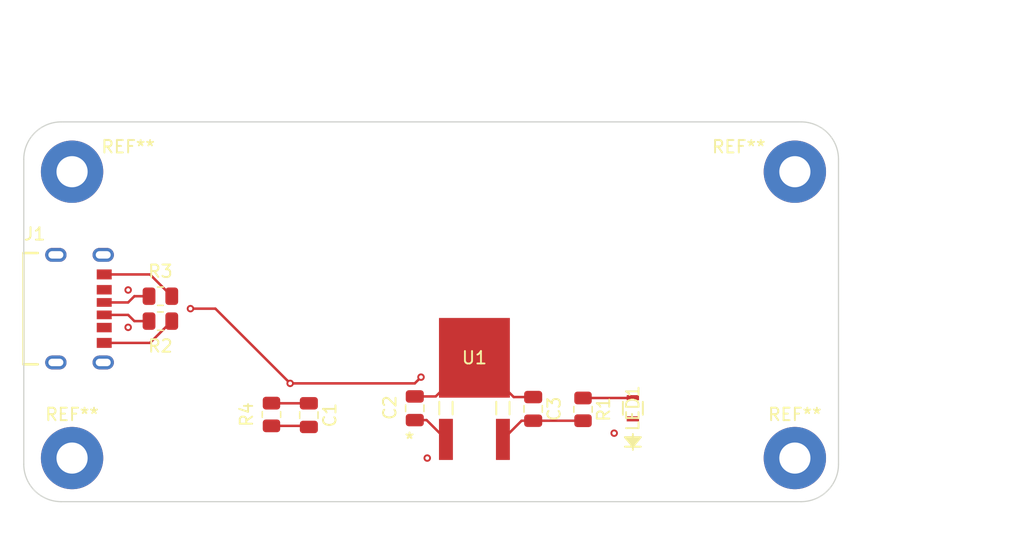
<source format=kicad_pcb>
(kicad_pcb (version 20240108) (generator "pcbnew") (generator_version "8.0")
  (layers (0 "F.Cu" signal) (1 "In1.Cu" signal) (2 "In2.Cu" signal) (31 "B.Cu" signal) (34 "B.Paste" user) (35 "F.Paste" user) (36 "B.SilkS" user "B.Silkscreen") (37 "F.SilkS" user "F.Silkscreen") (38 "B.Mask" user) (39 "F.Mask" user) (44 "Edge.Cuts" user))
  (net 0 "")
  (net 1 "Net-(J1-CC1)")
  (net 2 "GND")
  (net 3 "VBUS")
  (net 4 "GNDPWR")
  (net 5 "Net-(J1-CC2)")
  (net 6 "+3V3")
  (net 7 "Net-(LED1-Pad2)")
  (footprint "Resistor_SMD:R_0805_2012Metric" (layer "F.Cu") (at 27.5875 47)
    (property "Reference" "R2" (at 0 2 0) (layer "F.SilkS"))
    (property "Value" "5.1k")
    (fp_line (start -0.227064 -0.735) (end 0.227064 -0.735) (stroke (width 0.12)) (layer "F.SilkS"))
    (fp_line (start -0.227064 0.735) (end 0.227064 0.735) (stroke (width 0.12)) (layer "F.SilkS"))
    (pad "1" smd roundrect (at -0.9125 0) (size 1.025 1.4) (layers "F.Cu" "F.Paste" "F.Mask") (roundrect_rratio 0.243902) (net 5 "Net-(J1-CC2)"))
    (pad "2" smd roundrect (at 0.9125 0) (size 1.025 1.4) (layers "F.Cu" "F.Paste" "F.Mask") (roundrect_rratio 0.243902) (net 2 "GND"))
  )
  (footprint "MountingHole:MountingHole_2.5mm_Pad" (layer "F.Cu") (at 20.5 35)
    (property "Reference" "REF**" (at 4.5 -2 0) (layer "F.SilkS"))
    (property "Value" "MountingHole_2.5mm_Pad")
    (pad "1" thru_hole circle (at 0 0) (size 5 5) (drill 2.5) (layers "*.Cu" "*.Mask"))
  )
  (footprint "Resistor_SMD:R_0805_2012Metric" (layer "F.Cu") (at 36.5 54.5 -90)
    (property "Reference" "R4" (at 0 2 90) (layer "F.SilkS"))
    (property "Value" "330" (hide yes))
    (fp_line (start -0.227064 0.735) (end 0.227064 0.735) (stroke (width 0.12)) (layer "F.SilkS"))
    (fp_line (start -0.227064 -0.735) (end 0.227064 -0.735) (stroke (width 0.12)) (layer "F.SilkS"))
    (pad "1" smd roundrect (at -0.9125 0 270) (size 1.025 1.4) (layers "F.Cu" "F.Paste" "F.Mask") (roundrect_rratio 0.243902) (net 2 "GND"))
    (pad "2" smd roundrect (at 0.9125 0 270) (size 1.025 1.4) (layers "F.Cu" "F.Paste" "F.Mask") (roundrect_rratio 0.243902) (net 4 "GNDPWR"))
  )
  (footprint "Capacitor_SMD:C_0805_2012Metric" (layer "F.Cu") (at 39.5 54.55 -90)
    (property "Reference" "C1" (at 0 -1.68 90) (layer "F.SilkS"))
    (property "Value" "0.1 uF")
    (fp_line (start -0.261252 0.735) (end 0.261252 0.735) (stroke (width 0.12)) (layer "F.SilkS"))
    (fp_line (start -0.261252 -0.735) (end 0.261252 -0.735) (stroke (width 0.12)) (layer "F.SilkS"))
    (pad "1" smd roundrect (at -0.95 0 270) (size 1 1.45) (layers "F.Cu" "F.Paste" "F.Mask") (net 2 "GND"))
    (pad "2" smd roundrect (at 0.95 0 270) (size 1 1.45) (layers "F.Cu" "F.Paste" "F.Mask") (net 4 "GNDPWR"))
  )
  (footprint "AP7363_33D_13:TO252-3L_DIO" (layer "F.Cu") (at 52.786 49.9468)
    (property "Reference" "U1" (at 0 0 0) (layer "F.SilkS"))
    (property "Value" "AP7363-33D-13")
    (fp_line (start -2.8194 3.53314) (end -2.8194 4.5466) (stroke (width 0.1524)) (layer "F.SilkS"))
    (fp_line (start -1.7526 3.53314) (end -1.7526 4.5466) (stroke (width 0.1524)) (layer "F.SilkS"))
    (fp_line (start 1.7526 3.53314) (end 1.7526 4.5466) (stroke (width 0.1524)) (layer "F.SilkS"))
    (fp_line (start 2.8194 3.53314) (end 2.8194 4.5466) (stroke (width 0.1524)) (layer "F.SilkS"))
    (fp_text user "*" (at -5.207 6.5532 0) (layer "F.SilkS"))
    (fp_text user "*" (at -5.207 6.5532 0) (layer "F.SilkS"))
    (pad "1" smd rect (at -2.286 6.5532) (size 1.1176 3.302) (layers "F.Cu" "F.Paste" "F.Mask") (net 3 "VBUS"))
    (pad "2" smd rect (at 0 0) (size 5.6896 6.4008) (layers "F.Cu" "F.Paste" "F.Mask") (net 2 "GND"))
    (pad "3" smd rect (at 2.286 6.5532) (size 1.1176 3.302) (layers "F.Cu" "F.Paste" "F.Mask") (net 6 "+3V3"))
  )
  (footprint "Resistor_SMD:R_0805_2012Metric" (layer "F.Cu") (at 61.5 54.0875 -90)
    (property "Reference" "R1" (at 0 -1.65 90) (layer "F.SilkS"))
    (property "Value" "3.3")
    (fp_line (start -0.227064 0.735) (end 0.227064 0.735) (stroke (width 0.12)) (layer "F.SilkS"))
    (fp_line (start -0.227064 -0.735) (end 0.227064 -0.735) (stroke (width 0.12)) (layer "F.SilkS"))
    (pad "1" smd roundrect (at -0.9125 0 270) (size 1.025 1.4) (layers "F.Cu" "F.Paste" "F.Mask") (roundrect_rratio 0.243902) (net 7 "Net-(LED1-Pad2)"))
    (pad "2" smd roundrect (at 0.9125 0 270) (size 1.025 1.4) (layers "F.Cu" "F.Paste" "F.Mask") (roundrect_rratio 0.243902) (net 6 "+3V3"))
  )
  (footprint "MountingHole:MountingHole_2.5mm_Pad" (layer "F.Cu") (at 20.5 58)
    (property "Reference" "REF**" (at 0 -3.5 0) (layer "F.SilkS"))
    (property "Value" "MountingHole_2.5mm_Pad")
    (pad "1" thru_hole circle (at 0 0) (size 5 5) (drill 2.5) (layers "*.Cu" "*.Mask"))
  )
  (footprint "MountingHole:MountingHole_2.5mm_Pad" (layer "F.Cu") (at 78.5 35)
    (property "Reference" "REF**" (at -4.5 -2 0) (layer "F.SilkS"))
    (property "Value" "MountingHole_2.5mm_Pad")
    (pad "1" thru_hole circle (at 0 0) (size 5 5) (drill 2.5) (layers "*.Cu" "*.Mask"))
  )
  (footprint "MountingHole:MountingHole_2.5mm_Pad" (layer "F.Cu") (at 78.5 58)
    (property "Reference" "REF**" (at 0 -3.5 0) (layer "F.SilkS"))
    (property "Value" "MountingHole_2.5mm_Pad")
    (pad "1" thru_hole circle (at 0 0) (size 5 5) (drill 2.5) (layers "*.Cu" "*.Mask"))
  )
  (footprint "USB4125_GF_A:GCT_USB4125-GF-A_REVA2" (layer "F.Cu") (at 20 46 -90)
    (property "Reference" "J1" (at -6 2.5 0) (layer "F.SilkS"))
    (property "Value" "USB4125-GF-A_REVA2")
    (fp_poly (pts (xy -4.32 -0.05) (xy -4.349 -0.049) (xy -4.377 -0.047) (xy -4.406 -0.043) (xy -4.434 -0.038) (xy -4.462 -0.031) (xy -4.49 -0.023) (xy -4.517 -0.013) (xy -4.544 -0.002) (xy -4.57 0.01) (xy -4.595 0.024) (xy -4.62 0.039) (xy -4.643 0.055) (xy -4.666 0.073) (xy -4.688 0.091) (xy -4.709 0.111) (xy -4.729 0.132) (xy -4.747 0.154) (xy -4.765 0.177) (xy -4.781 0.2) (xy -4.796 0.225) (xy -4.81 0.25) (xy -4.822 0.276) (xy -4.833 0.303) (xy -4.843 0.33) (xy -4.851 0.358) (xy -4.858 0.386) (xy -4.863 0.414) (xy -4.867 0.443) (xy -4.869 0.471) (xy -4.87 0.5) (xy -4.87 1.1) (xy -4.869 1.129) (xy -4.867 1.157) (xy -4.863 1.186) (xy -4.858 1.214) (xy -4.851 1.242) (xy -4.843 1.27) (xy -4.833 1.297) (xy -4.822 1.324) (xy -4.81 1.35) (xy -4.796 1.375) (xy -4.781 1.4) (xy -4.765 1.423) (xy -4.747 1.446) (xy -4.729 1.468) (xy -4.709 1.489) (xy -4.688 1.509) (xy -4.666 1.527) (xy -4.643 1.545) (xy -4.62 1.561) (xy -4.595 1.576) (xy -4.57 1.59) (xy -4.544 1.602) (xy -4.517 1.613) (xy -4.49 1.623) (xy -4.462 1.631) (xy -4.434 1.638) (xy -4.406 1.643) (xy -4.377 1.647) (xy -4.349 1.649) (xy -4.32 1.65) (xy -4.291 1.649) (xy -4.263 1.647) (xy -4.234 1.643) (xy -4.206 1.638) (xy -4.178 1.631) (xy -4.15 1.623) (xy -4.123 1.613) (xy -4.096 1.602) (xy -4.07 1.59) (xy -4.045 1.576) (xy -4.02 1.561) (xy -3.997 1.545) (xy -3.974 1.527) (xy -3.952 1.509) (xy -3.931 1.489) (xy -3.911 1.468) (xy -3.893 1.446) (xy -3.875 1.423) (xy -3.859 1.4) (xy -3.844 1.375) (xy -3.83 1.35) (xy -3.818 1.324) (xy -3.807 1.297) (xy -3.797 1.27) (xy -3.789 1.242) (xy -3.782 1.214) (xy -3.777 1.186) (xy -3.773 1.157) (xy -3.771 1.129) (xy -3.77 1.1) (xy -3.77 0.5) (xy -3.771 0.471) (xy -3.773 0.443) (xy -3.777 0.414) (xy -3.782 0.386) (xy -3.789 0.358) (xy -3.797 0.33) (xy -3.807 0.303) (xy -3.818 0.276) (xy -3.83 0.25) (xy -3.844 0.225) (xy -3.859 0.2) (xy -3.875 0.177) (xy -3.893 0.154) (xy -3.911 0.132) (xy -3.931 0.111) (xy -3.952 0.091) (xy -3.974 0.073) (xy -3.997 0.055) (xy -4.02 0.039) (xy -4.045 0.024) (xy -4.07 0.01) (xy -4.096 -0.002) (xy -4.123 -0.013) (xy -4.15 -0.023) (xy -4.178 -0.031) (xy -4.206 -0.038) (xy -4.234 -0.043) (xy -4.263 -0.047) (xy -4.291 -0.049) (xy -4.32 -0.05)) (stroke (width 0.01)) (fill solid) (layer "F.Cu"))
    (fp_poly (pts (xy 4.32 -0.05) (xy 4.291 -0.049) (xy 4.263 -0.047) (xy 4.234 -0.043) (xy 4.206 -0.038) (xy 4.178 -0.031) (xy 4.15 -0.023) (xy 4.123 -0.013) (xy 4.096 -0.002) (xy 4.07 0.01) (xy 4.045 0.024) (xy 4.02 0.039) (xy 3.997 0.055) (xy 3.974 0.073) (xy 3.952 0.091) (xy 3.931 0.111) (xy 3.911 0.132) (xy 3.893 0.154) (xy 3.875 0.177) (xy 3.859 0.2) (xy 3.844 0.225) (xy 3.83 0.25) (xy 3.818 0.276) (xy 3.807 0.303) (xy 3.797 0.33) (xy 3.789 0.358) (xy 3.782 0.386) (xy 3.777 0.414) (xy 3.773 0.443) (xy 3.771 0.471) (xy 3.77 0.5) (xy 3.77 1.1) (xy 3.771 1.129) (xy 3.773 1.157) (xy 3.777 1.186) (xy 3.782 1.214) (xy 3.789 1.242) (xy 3.797 1.27) (xy 3.807 1.297) (xy 3.818 1.324) (xy 3.83 1.35) (xy 3.844 1.375) (xy 3.859 1.4) (xy 3.875 1.423) (xy 3.893 1.446) (xy 3.911 1.468) (xy 3.931 1.489) (xy 3.952 1.509) (xy 3.974 1.527) (xy 3.997 1.545) (xy 4.02 1.561) (xy 4.045 1.576) (xy 4.07 1.59) (xy 4.096 1.602) (xy 4.123 1.613) (xy 4.15 1.623) (xy 4.178 1.631) (xy 4.206 1.638) (xy 4.234 1.643) (xy 4.263 1.647) (xy 4.291 1.649) (xy 4.32 1.65) (xy 4.349 1.649) (xy 4.377 1.647) (xy 4.406 1.643) (xy 4.434 1.638) (xy 4.462 1.631) (xy 4.49 1.623) (xy 4.517 1.613) (xy 4.544 1.602) (xy 4.57 1.59) (xy 4.595 1.576) (xy 4.62 1.561) (xy 4.643 1.545) (xy 4.666 1.527) (xy 4.688 1.509) (xy 4.709 1.489) (xy 4.729 1.468) (xy 4.747 1.446) (xy 4.765 1.423) (xy 4.781 1.4) (xy 4.796 1.375) (xy 4.81 1.35) (xy 4.822 1.324) (xy 4.833 1.297) (xy 4.843 1.27) (xy 4.851 1.242) (xy 4.858 1.214) (xy 4.863 1.186) (xy 4.867 1.157) (xy 4.869 1.129) (xy 4.87 1.1) (xy 4.87 0.5) (xy 4.869 0.471) (xy 4.867 0.443) (xy 4.863 0.414) (xy 4.858 0.386) (xy 4.851 0.358) (xy 4.843 0.33) (xy 4.833 0.303) (xy 4.822 0.276) (xy 4.81 0.25) (xy 4.796 0.225) (xy 4.781 0.2) (xy 4.765 0.177) (xy 4.747 0.154) (xy 4.729 0.132) (xy 4.709 0.111) (xy 4.688 0.091) (xy 4.666 0.073) (xy 4.643 0.055) (xy 4.62 0.039) (xy 4.595 0.024) (xy 4.57 0.01) (xy 4.544 -0.002) (xy 4.517 -0.013) (xy 4.49 -0.023) (xy 4.462 -0.031) (xy 4.434 -0.038) (xy 4.406 -0.043) (xy 4.377 -0.047) (xy 4.349 -0.049) (xy 4.32 -0.05)) (stroke (width 0.01)) (fill solid) (layer "F.Cu"))
    (fp_poly (pts (xy -4.32 -3.85) (xy -4.349 -3.849) (xy -4.377 -3.847) (xy -4.406 -3.843) (xy -4.434 -3.838) (xy -4.462 -3.831) (xy -4.49 -3.823) (xy -4.517 -3.813) (xy -4.544 -3.802) (xy -4.57 -3.79) (xy -4.595 -3.776) (xy -4.62 -3.761) (xy -4.643 -3.745) (xy -4.666 -3.727) (xy -4.688 -3.709) (xy -4.709 -3.689) (xy -4.729 -3.668) (xy -4.747 -3.646) (xy -4.765 -3.623) (xy -4.781 -3.6) (xy -4.796 -3.575) (xy -4.81 -3.55) (xy -4.822 -3.524) (xy -4.833 -3.497) (xy -4.843 -3.47) (xy -4.851 -3.442) (xy -4.858 -3.414) (xy -4.863 -3.386) (xy -4.867 -3.357) (xy -4.869 -3.329) (xy -4.87 -3.3) (xy -4.87 -2.7) (xy -4.869 -2.671) (xy -4.867 -2.643) (xy -4.863 -2.614) (xy -4.858 -2.586) (xy -4.851 -2.558) (xy -4.843 -2.53) (xy -4.833 -2.503) (xy -4.822 -2.476) (xy -4.81 -2.45) (xy -4.796 -2.425) (xy -4.781 -2.4) (xy -4.765 -2.377) (xy -4.747 -2.354) (xy -4.729 -2.332) (xy -4.709 -2.311) (xy -4.688 -2.291) (xy -4.666 -2.273) (xy -4.643 -2.255) (xy -4.62 -2.239) (xy -4.595 -2.224) (xy -4.57 -2.21) (xy -4.544 -2.198) (xy -4.517 -2.187) (xy -4.49 -2.177) (xy -4.462 -2.169) (xy -4.434 -2.162) (xy -4.406 -2.157) (xy -4.377 -2.153) (xy -4.349 -2.151) (xy -4.32 -2.15) (xy -4.291 -2.151) (xy -4.263 -2.153) (xy -4.234 -2.157) (xy -4.206 -2.162) (xy -4.178 -2.169) (xy -4.15 -2.177) (xy -4.123 -2.187) (xy -4.096 -2.198) (xy -4.07 -2.21) (xy -4.045 -2.224) (xy -4.02 -2.239) (xy -3.997 -2.255) (xy -3.974 -2.273) (xy -3.952 -2.291) (xy -3.931 -2.311) (xy -3.911 -2.332) (xy -3.893 -2.354) (xy -3.875 -2.377) (xy -3.859 -2.4) (xy -3.844 -2.425) (xy -3.83 -2.45) (xy -3.818 -2.476) (xy -3.807 -2.503) (xy -3.797 -2.53) (xy -3.789 -2.558) (xy -3.782 -2.586) (xy -3.777 -2.614) (xy -3.773 -2.643) (xy -3.771 -2.671) (xy -3.77 -2.7) (xy -3.77 -3.3) (xy -3.771 -3.329) (xy -3.773 -3.357) (xy -3.777 -3.386) (xy -3.782 -3.414) (xy -3.789 -3.442) (xy -3.797 -3.47) (xy -3.807 -3.497) (xy -3.818 -3.524) (xy -3.83 -3.55) (xy -3.844 -3.575) (xy -3.859 -3.6) (xy -3.875 -3.623) (xy -3.893 -3.646) (xy -3.911 -3.668) (xy -3.931 -3.689) (xy -3.952 -3.709) (xy -3.974 -3.727) (xy -3.997 -3.745) (xy -4.02 -3.761) (xy -4.045 -3.776) (xy -4.07 -3.79) (xy -4.096 -3.802) (xy -4.123 -3.813) (xy -4.15 -3.823) (xy -4.178 -3.831) (xy -4.206 -3.838) (xy -4.234 -3.843) (xy -4.263 -3.847) (xy -4.291 -3.849) (xy -4.32 -3.85)) (stroke (width 0.01)) (fill solid) (layer "F.Cu"))
    (fp_poly (pts (xy 4.32 -3.85) (xy 4.291 -3.849) (xy 4.263 -3.847) (xy 4.234 -3.843) (xy 4.206 -3.838) (xy 4.178 -3.831) (xy 4.15 -3.823) (xy 4.123 -3.813) (xy 4.096 -3.802) (xy 4.07 -3.79) (xy 4.045 -3.776) (xy 4.02 -3.761) (xy 3.997 -3.745) (xy 3.974 -3.727) (xy 3.952 -3.709) (xy 3.931 -3.689) (xy 3.911 -3.668) (xy 3.893 -3.646) (xy 3.875 -3.623) (xy 3.859 -3.6) (xy 3.844 -3.575) (xy 3.83 -3.55) (xy 3.818 -3.524) (xy 3.807 -3.497) (xy 3.797 -3.47) (xy 3.789 -3.442) (xy 3.782 -3.414) (xy 3.777 -3.386) (xy 3.773 -3.357) (xy 3.771 -3.329) (xy 3.77 -3.3) (xy 3.77 -2.7) (xy 3.771 -2.671) (xy 3.773 -2.643) (xy 3.777 -2.614) (xy 3.782 -2.586) (xy 3.789 -2.558) (xy 3.797 -2.53) (xy 3.807 -2.503) (xy 3.818 -2.476) (xy 3.83 -2.45) (xy 3.844 -2.425) (xy 3.859 -2.4) (xy 3.875 -2.377) (xy 3.893 -2.354) (xy 3.911 -2.332) (xy 3.931 -2.311) (xy 3.952 -2.291) (xy 3.974 -2.273) (xy 3.997 -2.255) (xy 4.02 -2.239) (xy 4.045 -2.224) (xy 4.07 -2.21) (xy 4.096 -2.198) (xy 4.123 -2.187) (xy 4.15 -2.177) (xy 4.178 -2.169) (xy 4.206 -2.162) (xy 4.234 -2.157) (xy 4.263 -2.153) (xy 4.291 -2.151) (xy 4.32 -2.15) (xy 4.349 -2.151) (xy 4.377 -2.153) (xy 4.406 -2.157) (xy 4.434 -2.162) (xy 4.462 -2.169) (xy 4.49 -2.177) (xy 4.517 -2.187) (xy 4.544 -2.198) (xy 4.57 -2.21) (xy 4.595 -2.224) (xy 4.62 -2.239) (xy 4.643 -2.255) (xy 4.666 -2.273) (xy 4.688 -2.291) (xy 4.709 -2.311) (xy 4.729 -2.332) (xy 4.747 -2.354) (xy 4.765 -2.377) (xy 4.781 -2.4) (xy 4.796 -2.425) (xy 4.81 -2.45) (xy 4.822 -2.476) (xy 4.833 -2.503) (xy 4.843 -2.53) (xy 4.851 -2.558) (xy 4.858 -2.586) (xy 4.863 -2.614) (xy 4.867 -2.643) (xy 4.869 -2.671) (xy 4.87 -2.7) (xy 4.87 -3.3) (xy 4.869 -3.329) (xy 4.867 -3.357) (xy 4.863 -3.386) (xy 4.858 -3.414) (xy 4.851 -3.442) (xy 4.843 -3.47) (xy 4.833 -3.497) (xy 4.822 -3.524) (xy 4.81 -3.55) (xy 4.796 -3.575) (xy 4.781 -3.6) (xy 4.765 -3.623) (xy 4.747 -3.646) (xy 4.729 -3.668) (xy 4.709 -3.689) (xy 4.688 -3.709) (xy 4.666 -3.727) (xy 4.643 -3.745) (xy 4.62 -3.761) (xy 4.595 -3.776) (xy 4.57 -3.79) (xy 4.544 -3.802) (xy 4.517 -3.813) (xy 4.49 -3.823) (xy 4.462 -3.831) (xy 4.434 -3.838) (xy 4.406 -3.843) (xy 4.377 -3.847) (xy 4.349 -3.849) (xy 4.32 -3.85)) (stroke (width 0.01)) (fill solid) (layer "F.Cu"))
    (fp_poly (pts (xy -4.32 -0.05) (xy -4.349 -0.049) (xy -4.377 -0.047) (xy -4.406 -0.043) (xy -4.434 -0.038) (xy -4.462 -0.031) (xy -4.49 -0.023) (xy -4.517 -0.013) (xy -4.544 -0.002) (xy -4.57 0.01) (xy -4.595 0.024) (xy -4.62 0.039) (xy -4.643 0.055) (xy -4.666 0.073) (xy -4.688 0.091) (xy -4.709 0.111) (xy -4.729 0.132) (xy -4.747 0.154) (xy -4.765 0.177) (xy -4.781 0.2) (xy -4.796 0.225) (xy -4.81 0.25) (xy -4.822 0.276) (xy -4.833 0.303) (xy -4.843 0.33) (xy -4.851 0.358) (xy -4.858 0.386) (xy -4.863 0.414) (xy -4.867 0.443) (xy -4.869 0.471) (xy -4.87 0.5) (xy -4.87 1.1) (xy -4.869 1.129) (xy -4.867 1.157) (xy -4.863 1.186) (xy -4.858 1.214) (xy -4.851 1.242) (xy -4.843 1.27) (xy -4.833 1.297) (xy -4.822 1.324) (xy -4.81 1.35) (xy -4.796 1.375) (xy -4.781 1.4) (xy -4.765 1.423) (xy -4.747 1.446) (xy -4.729 1.468) (xy -4.709 1.489) (xy -4.688 1.509) (xy -4.666 1.527) (xy -4.643 1.545) (xy -4.62 1.561) (xy -4.595 1.576) (xy -4.57 1.59) (xy -4.544 1.602) (xy -4.517 1.613) (xy -4.49 1.623) (xy -4.462 1.631) (xy -4.434 1.638) (xy -4.406 1.643) (xy -4.377 1.647) (xy -4.349 1.649) (xy -4.32 1.65) (xy -4.291 1.649) (xy -4.263 1.647) (xy -4.234 1.643) (xy -4.206 1.638) (xy -4.178 1.631) (xy -4.15 1.623) (xy -4.123 1.613) (xy -4.096 1.602) (xy -4.07 1.59) (xy -4.045 1.576) (xy -4.02 1.561) (xy -3.997 1.545) (xy -3.974 1.527) (xy -3.952 1.509) (xy -3.931 1.489) (xy -3.911 1.468) (xy -3.893 1.446) (xy -3.875 1.423) (xy -3.859 1.4) (xy -3.844 1.375) (xy -3.83 1.35) (xy -3.818 1.324) (xy -3.807 1.297) (xy -3.797 1.27) (xy -3.789 1.242) (xy -3.782 1.214) (xy -3.777 1.186) (xy -3.773 1.157) (xy -3.771 1.129) (xy -3.77 1.1) (xy -3.77 0.5) (xy -3.771 0.471) (xy -3.773 0.443) (xy -3.777 0.414) (xy -3.782 0.386) (xy -3.789 0.358) (xy -3.797 0.33) (xy -3.807 0.303) (xy -3.818 0.276) (xy -3.83 0.25) (xy -3.844 0.225) (xy -3.859 0.2) (xy -3.875 0.177) (xy -3.893 0.154) (xy -3.911 0.132) (xy -3.931 0.111) (xy -3.952 0.091) (xy -3.974 0.073) (xy -3.997 0.055) (xy -4.02 0.039) (xy -4.045 0.024) (xy -4.07 0.01) (xy -4.096 -0.002) (xy -4.123 -0.013) (xy -4.15 -0.023) (xy -4.178 -0.031) (xy -4.206 -0.038) (xy -4.234 -0.043) (xy -4.263 -0.047) (xy -4.291 -0.049) (xy -4.32 -0.05)) (stroke (width 0.01)) (fill solid) (layer "B.Cu"))
    (fp_poly (pts (xy 4.32 -0.05) (xy 4.291 -0.049) (xy 4.263 -0.047) (xy 4.234 -0.043) (xy 4.206 -0.038) (xy 4.178 -0.031) (xy 4.15 -0.023) (xy 4.123 -0.013) (xy 4.096 -0.002) (xy 4.07 0.01) (xy 4.045 0.024) (xy 4.02 0.039) (xy 3.997 0.055) (xy 3.974 0.073) (xy 3.952 0.091) (xy 3.931 0.111) (xy 3.911 0.132) (xy 3.893 0.154) (xy 3.875 0.177) (xy 3.859 0.2) (xy 3.844 0.225) (xy 3.83 0.25) (xy 3.818 0.276) (xy 3.807 0.303) (xy 3.797 0.33) (xy 3.789 0.358) (xy 3.782 0.386) (xy 3.777 0.414) (xy 3.773 0.443) (xy 3.771 0.471) (xy 3.77 0.5) (xy 3.77 1.1) (xy 3.771 1.129) (xy 3.773 1.157) (xy 3.777 1.186) (xy 3.782 1.214) (xy 3.789 1.242) (xy 3.797 1.27) (xy 3.807 1.297) (xy 3.818 1.324) (xy 3.83 1.35) (xy 3.844 1.375) (xy 3.859 1.4) (xy 3.875 1.423) (xy 3.893 1.446) (xy 3.911 1.468) (xy 3.931 1.489) (xy 3.952 1.509) (xy 3.974 1.527) (xy 3.997 1.545) (xy 4.02 1.561) (xy 4.045 1.576) (xy 4.07 1.59) (xy 4.096 1.602) (xy 4.123 1.613) (xy 4.15 1.623) (xy 4.178 1.631) (xy 4.206 1.638) (xy 4.234 1.643) (xy 4.263 1.647) (xy 4.291 1.649) (xy 4.32 1.65) (xy 4.349 1.649) (xy 4.377 1.647) (xy 4.406 1.643) (xy 4.434 1.638) (xy 4.462 1.631) (xy 4.49 1.623) (xy 4.517 1.613) (xy 4.544 1.602) (xy 4.57 1.59) (xy 4.595 1.576) (xy 4.62 1.561) (xy 4.643 1.545) (xy 4.666 1.527) (xy 4.688 1.509) (xy 4.709 1.489) (xy 4.729 1.468) (xy 4.747 1.446) (xy 4.765 1.423) (xy 4.781 1.4) (xy 4.796 1.375) (xy 4.81 1.35) (xy 4.822 1.324) (xy 4.833 1.297) (xy 4.843 1.27) (xy 4.851 1.242) (xy 4.858 1.214) (xy 4.863 1.186) (xy 4.867 1.157) (xy 4.869 1.129) (xy 4.87 1.1) (xy 4.87 0.5) (xy 4.869 0.471) (xy 4.867 0.443) (xy 4.863 0.414) (xy 4.858 0.386) (xy 4.851 0.358) (xy 4.843 0.33) (xy 4.833 0.303) (xy 4.822 0.276) (xy 4.81 0.25) (xy 4.796 0.225) (xy 4.781 0.2) (xy 4.765 0.177) (xy 4.747 0.154) (xy 4.729 0.132) (xy 4.709 0.111) (xy 4.688 0.091) (xy 4.666 0.073) (xy 4.643 0.055) (xy 4.62 0.039) (xy 4.595 0.024) (xy 4.57 0.01) (xy 4.544 -0.002) (xy 4.517 -0.013) (xy 4.49 -0.023) (xy 4.462 -0.031) (xy 4.434 -0.038) (xy 4.406 -0.043) (xy 4.377 -0.047) (xy 4.349 -0.049) (xy 4.32 -0.05)) (stroke (width 0.01)) (fill solid) (layer "B.Cu"))
    (fp_poly (pts (xy -4.32 -3.85) (xy -4.349 -3.849) (xy -4.377 -3.847) (xy -4.406 -3.843) (xy -4.434 -3.838) (xy -4.462 -3.831) (xy -4.49 -3.823) (xy -4.517 -3.813) (xy -4.544 -3.802) (xy -4.57 -3.79) (xy -4.595 -3.776) (xy -4.62 -3.761) (xy -4.643 -3.745) (xy -4.666 -3.727) (xy -4.688 -3.709) (xy -4.709 -3.689) (xy -4.729 -3.668) (xy -4.747 -3.646) (xy -4.765 -3.623) (xy -4.781 -3.6) (xy -4.796 -3.575) (xy -4.81 -3.55) (xy -4.822 -3.524) (xy -4.833 -3.497) (xy -4.843 -3.47) (xy -4.851 -3.442) (xy -4.858 -3.414) (xy -4.863 -3.386) (xy -4.867 -3.357) (xy -4.869 -3.329) (xy -4.87 -3.3) (xy -4.87 -2.7) (xy -4.869 -2.671) (xy -4.867 -2.643) (xy -4.863 -2.614) (xy -4.858 -2.586) (xy -4.851 -2.558) (xy -4.843 -2.53) (xy -4.833 -2.503) (xy -4.822 -2.476) (xy -4.81 -2.45) (xy -4.796 -2.425) (xy -4.781 -2.4) (xy -4.765 -2.377) (xy -4.747 -2.354) (xy -4.729 -2.332) (xy -4.709 -2.311) (xy -4.688 -2.291) (xy -4.666 -2.273) (xy -4.643 -2.255) (xy -4.62 -2.239) (xy -4.595 -2.224) (xy -4.57 -2.21) (xy -4.544 -2.198) (xy -4.517 -2.187) (xy -4.49 -2.177) (xy -4.462 -2.169) (xy -4.434 -2.162) (xy -4.406 -2.157) (xy -4.377 -2.153) (xy -4.349 -2.151) (xy -4.32 -2.15) (xy -4.291 -2.151) (xy -4.263 -2.153) (xy -4.234 -2.157) (xy -4.206 -2.162) (xy -4.178 -2.169) (xy -4.15 -2.177) (xy -4.123 -2.187) (xy -4.096 -2.198) (xy -4.07 -2.21) (xy -4.045 -2.224) (xy -4.02 -2.239) (xy -3.997 -2.255) (xy -3.974 -2.273) (xy -3.952 -2.291) (xy -3.931 -2.311) (xy -3.911 -2.332) (xy -3.893 -2.354) (xy -3.875 -2.377) (xy -3.859 -2.4) (xy -3.844 -2.425) (xy -3.83 -2.45) (xy -3.818 -2.476) (xy -3.807 -2.503) (xy -3.797 -2.53) (xy -3.789 -2.558) (xy -3.782 -2.586) (xy -3.777 -2.614) (xy -3.773 -2.643) (xy -3.771 -2.671) (xy -3.77 -2.7) (xy -3.77 -3.3) (xy -3.771 -3.329) (xy -3.773 -3.357) (xy -3.777 -3.386) (xy -3.782 -3.414) (xy -3.789 -3.442) (xy -3.797 -3.47) (xy -3.807 -3.497) (xy -3.818 -3.524) (xy -3.83 -3.55) (xy -3.844 -3.575) (xy -3.859 -3.6) (xy -3.875 -3.623) (xy -3.893 -3.646) (xy -3.911 -3.668) (xy -3.931 -3.689) (xy -3.952 -3.709) (xy -3.974 -3.727) (xy -3.997 -3.745) (xy -4.02 -3.761) (xy -4.045 -3.776) (xy -4.07 -3.79) (xy -4.096 -3.802) (xy -4.123 -3.813) (xy -4.15 -3.823) (xy -4.178 -3.831) (xy -4.206 -3.838) (xy -4.234 -3.843) (xy -4.263 -3.847) (xy -4.291 -3.849) (xy -4.32 -3.85)) (stroke (width 0.01)) (fill solid) (layer "B.Cu"))
    (fp_poly (pts (xy 4.32 -3.85) (xy 4.291 -3.849) (xy 4.263 -3.847) (xy 4.234 -3.843) (xy 4.206 -3.838) (xy 4.178 -3.831) (xy 4.15 -3.823) (xy 4.123 -3.813) (xy 4.096 -3.802) (xy 4.07 -3.79) (xy 4.045 -3.776) (xy 4.02 -3.761) (xy 3.997 -3.745) (xy 3.974 -3.727) (xy 3.952 -3.709) (xy 3.931 -3.689) (xy 3.911 -3.668) (xy 3.893 -3.646) (xy 3.875 -3.623) (xy 3.859 -3.6) (xy 3.844 -3.575) (xy 3.83 -3.55) (xy 3.818 -3.524) (xy 3.807 -3.497) (xy 3.797 -3.47) (xy 3.789 -3.442) (xy 3.782 -3.414) (xy 3.777 -3.386) (xy 3.773 -3.357) (xy 3.771 -3.329) (xy 3.77 -3.3) (xy 3.77 -2.7) (xy 3.771 -2.671) (xy 3.773 -2.643) (xy 3.777 -2.614) (xy 3.782 -2.586) (xy 3.789 -2.558) (xy 3.797 -2.53) (xy 3.807 -2.503) (xy 3.818 -2.476) (xy 3.83 -2.45) (xy 3.844 -2.425) (xy 3.859 -2.4) (xy 3.875 -2.377) (xy 3.893 -2.354) (xy 3.911 -2.332) (xy 3.931 -2.311) (xy 3.952 -2.291) (xy 3.974 -2.273) (xy 3.997 -2.255) (xy 4.02 -2.239) (xy 4.045 -2.224) (xy 4.07 -2.21) (xy 4.096 -2.198) (xy 4.123 -2.187) (xy 4.15 -2.177) (xy 4.178 -2.169) (xy 4.206 -2.162) (xy 4.234 -2.157) (xy 4.263 -2.153) (xy 4.291 -2.151) (xy 4.32 -2.15) (xy 4.349 -2.151) (xy 4.377 -2.153) (xy 4.406 -2.157) (xy 4.434 -2.162) (xy 4.462 -2.169) (xy 4.49 -2.177) (xy 4.517 -2.187) (xy 4.544 -2.198) (xy 4.57 -2.21) (xy 4.595 -2.224) (xy 4.62 -2.239) (xy 4.643 -2.255) (xy 4.666 -2.273) (xy 4.688 -2.291) (xy 4.709 -2.311) (xy 4.729 -2.332) (xy 4.747 -2.354) (xy 4.765 -2.377) (xy 4.781 -2.4) (xy 4.796 -2.425) (xy 4.81 -2.45) (xy 4.822 -2.476) (xy 4.833 -2.503) (xy 4.843 -2.53) (xy 4.851 -2.558) (xy 4.858 -2.586) (xy 4.863 -2.614) (xy 4.867 -2.643) (xy 4.869 -2.671) (xy 4.87 -2.7) (xy 4.87 -3.3) (xy 4.869 -3.329) (xy 4.867 -3.357) (xy 4.863 -3.386) (xy 4.858 -3.414) (xy 4.851 -3.442) (xy 4.843 -3.47) (xy 4.833 -3.497) (xy 4.822 -3.524) (xy 4.81 -3.55) (xy 4.796 -3.575) (xy 4.781 -3.6) (xy 4.765 -3.623) (xy 4.747 -3.646) (xy 4.729 -3.668) (xy 4.709 -3.689) (xy 4.688 -3.709) (xy 4.666 -3.727) (xy 4.643 -3.745) (xy 4.62 -3.761) (xy 4.595 -3.776) (xy 4.57 -3.79) (xy 4.544 -3.802) (xy 4.517 -3.813) (xy 4.49 -3.823) (xy 4.462 -3.831) (xy 4.434 -3.838) (xy 4.406 -3.843) (xy 4.377 -3.847) (xy 4.349 -3.849) (xy 4.32 -3.85)) (stroke (width 0.01)) (fill solid) (layer "B.Cu"))
    (fp_line (start -4.47 3.4) (end 4.47 3.4) (stroke (width 0.2)) (layer "F.SilkS"))
    (fp_line (start 4.47 3.4) (end 4.47 2.25) (stroke (width 0.2)) (layer "F.SilkS"))
    (fp_line (start -4.47 2.25) (end -4.47 3.4) (stroke (width 0.2)) (layer "F.SilkS"))
    (pad "A5" smd rect (at -0.5 -3.08 270) (size 0.7 1.2) (layers "F.Cu" "F.Paste" "F.Mask") (net 1 "Net-(J1-CC1)"))
    (pad "A9" smd rect (at 1.52 -3.08 270) (size 0.76 1.2) (layers "F.Cu" "F.Paste" "F.Mask") (net 3 "VBUS"))
    (pad "A12" smd rect (at 2.75 -3.08 270) (size 0.8 1.2) (layers "F.Cu" "F.Paste" "F.Mask") (net 2 "GND"))
    (pad "B5" smd rect (at 0.5 -3.08 270) (size 0.7 1.2) (layers "F.Cu" "F.Paste" "F.Mask") (net 5 "Net-(J1-CC2)"))
    (pad "B9" smd rect (at -1.52 -3.08 270) (size 0.76 1.2) (layers "F.Cu" "F.Paste" "F.Mask") (net 3 "VBUS"))
    (pad "B12" smd rect (at -2.75 -3.08 270) (size 0.8 1.2) (layers "F.Cu" "F.Paste" "F.Mask") (net 2 "GND"))
    (pad "S1" thru_hole oval (at -4.32 -3 270) (size 0.8 1.6) (drill oval 0.6 1.2) (layers "*.Cu") (net 4 "GNDPWR"))
    (pad "S2" thru_hole oval (at 4.32 -3 270) (size 0.8 1.6) (drill oval 0.6 1.2) (layers "*.Cu") (net 4 "GNDPWR"))
    (pad "S3" thru_hole oval (at -4.32 0.8 270) (size 0.8 1.6) (drill oval 0.6 1.2) (layers "*.Cu") (net 4 "GNDPWR"))
    (pad "S4" thru_hole oval (at 4.32 0.8 270) (size 0.8 1.6) (drill oval 0.6 1.2) (layers "*.Cu") (net 4 "GNDPWR"))
  )
  (footprint "Capacitor_SMD:C_0805_2012Metric" (layer "F.Cu") (at 48 54 -90)
    (property "Reference" "C2" (at -0.05 2 90) (layer "F.SilkS"))
    (property "Value" "10 uF")
    (fp_line (start -0.261252 0.735) (end 0.261252 0.735) (stroke (width 0.12)) (layer "F.SilkS"))
    (fp_line (start -0.261252 -0.735) (end 0.261252 -0.735) (stroke (width 0.12)) (layer "F.SilkS"))
    (pad "1" smd roundrect (at -0.95 0 270) (size 1 1.45) (layers "F.Cu" "F.Paste" "F.Mask") (net 2 "GND"))
    (pad "2" smd roundrect (at 0.95 0 270) (size 1 1.45) (layers "F.Cu" "F.Paste" "F.Mask") (net 3 "VBUS"))
  )
  (footprint "Resistor_SMD:R_0805_2012Metric" (layer "F.Cu") (at 27.5875 45)
    (property "Reference" "R3" (at 0 -2 0) (layer "F.SilkS"))
    (property "Value" "5.1k")
    (fp_line (start -0.227064 -0.735) (end 0.227064 -0.735) (stroke (width 0.12)) (layer "F.SilkS"))
    (fp_line (start -0.227064 0.735) (end 0.227064 0.735) (stroke (width 0.12)) (layer "F.SilkS"))
    (pad "1" smd roundrect (at -0.9125 0) (size 1.025 1.4) (layers "F.Cu" "F.Paste" "F.Mask") (roundrect_rratio 0.243902) (net 1 "Net-(J1-CC1)"))
    (pad "2" smd roundrect (at 0.9125 0) (size 1.025 1.4) (layers "F.Cu" "F.Paste" "F.Mask") (roundrect_rratio 0.243902) (net 2 "GND"))
  )
  (footprint "Capacitor_SMD:C_0805_2012Metric" (layer "F.Cu") (at 57.5 54.05 -90)
    (property "Reference" "C3" (at 0 -1.68 90) (layer "F.SilkS"))
    (property "Value" "10 uF")
    (fp_line (start -0.261252 0.735) (end 0.261252 0.735) (stroke (width 0.12)) (layer "F.SilkS"))
    (fp_line (start -0.261252 -0.735) (end 0.261252 -0.735) (stroke (width 0.12)) (layer "F.SilkS"))
    (pad "1" smd roundrect (at -0.95 0 270) (size 1 1.45) (layers "F.Cu" "F.Paste" "F.Mask") (net 2 "GND"))
    (pad "2" smd roundrect (at 0.95 0 270) (size 1 1.45) (layers "F.Cu" "F.Paste" "F.Mask") (net 6 "+3V3"))
  )
  (footprint "LEDBS75000_WRE:LED_BS75000_WRE" (layer "F.Cu") (at 65.5 54 90)
    (property "Reference" "LED1" (at 0 0 90) (layer "F.SilkS"))
    (property "Value" "150080BS75000")
    (fp_line (start 0.514235 -0.8001) (end -0.514235 -0.8001) (stroke (width 0.1524)) (layer "F.SilkS"))
    (fp_line (start -2.3241 -0.635) (end -2.3241 0.635) (stroke (width 0.1524)) (layer "F.SilkS"))
    (fp_line (start -3.0861 -0.635) (end -3.0861 0.635) (stroke (width 0.1524)) (layer "F.SilkS"))
    (fp_line (start -2.0701 0) (end -3.3401 0) (stroke (width 0.1524)) (layer "F.SilkS"))
    (fp_line (start -3.0861 0) (end -2.3241 -0.635) (stroke (width 0.1524)) (layer "F.SilkS"))
    (fp_line (start -3.0861 0) (end -2.3241 -0.508) (stroke (width 0.1524)) (layer "F.SilkS"))
    (fp_line (start -3.0861 0) (end -2.3241 -0.381) (stroke (width 0.1524)) (layer "F.SilkS"))
    (fp_line (start -3.0861 0) (end -2.3241 -0.254) (stroke (width 0.1524)) (layer "F.SilkS"))
    (fp_line (start -3.0861 0) (end -2.3241 -0.127) (stroke (width 0.1524)) (layer "F.SilkS"))
    (fp_line (start -3.0861 0) (end -2.3241 0.127) (stroke (width 0.1524)) (layer "F.SilkS"))
    (fp_line (start -3.0861 0) (end -2.3241 0.254) (stroke (width 0.1524)) (layer "F.SilkS"))
    (fp_line (start -3.0861 0) (end -2.3241 0.381) (stroke (width 0.1524)) (layer "F.SilkS"))
    (fp_line (start -3.0861 0) (end -2.3241 0.508) (stroke (width 0.1524)) (layer "F.SilkS"))
    (fp_line (start -3.0861 0) (end -2.3241 0.635) (stroke (width 0.1524)) (layer "F.SilkS"))
    (fp_line (start -0.514235 0.8001) (end 0.514235 0.8001) (stroke (width 0.1524)) (layer "F.SilkS"))
    (pad "1" smd rect (at -0.8509 0 90) (size 0.4064 0.9906) (layers "F.Cu" "F.Paste" "F.Mask") (net 2 "GND"))
    (pad "2" smd rect (at 0.8509 0 90) (size 0.4064 0.9906) (layers "F.Cu" "F.Paste" "F.Mask") (net 7 "Net-(LED1-Pad2)"))
  )
  (gr_arc (start 79 31) (mid 81.12132 31.87868) (end 82 34) (stroke (width 0.1)) (layer "Edge.Cuts"))
  (gr_arc (start 16.625 34) (mid 17.50368 31.87868) (end 19.625 31) (stroke (width 0.1)) (layer "Edge.Cuts"))
  (gr_line (start 16.625 34) (end 16.625 58.5) (stroke (width 0.1)) (layer "Edge.Cuts"))
  (gr_line (start 19.625 31) (end 79 31) (stroke (width 0.1)) (layer "Edge.Cuts"))
  (gr_arc (start 82 58.5) (mid 81.12132 60.62132) (end 79 61.5) (stroke (width 0.1)) (layer "Edge.Cuts"))
  (gr_arc (start 19.625 61.5) (mid 17.50368 60.62132) (end 16.625 58.5) (stroke (width 0.1)) (layer "Edge.Cuts"))
  (gr_line (start 19.625 61.5) (end 79 61.5) (stroke (width 0.1)) (layer "Edge.Cuts"))
  (gr_line (start 82 34) (end 82 58.5) (stroke (width 0.1)) (layer "Edge.Cuts"))
  (segment (start 32 46) (end 38 52) (width 0.2) (layer "F.Cu") (net 0))
  (segment (start 38 52) (end 48 52) (width 0.2) (layer "F.Cu") (net 0))
  (segment (start 30 46) (end 32 46) (width 0.2) (layer "F.Cu") (net 0))
  (segment (start 48 52) (end 48.5 51.5) (width 0.2) (layer "F.Cu") (net 0))
  (via blind (at 48.5 51.5) (size 0.6) (drill 0.3) (layers "F.Cu" "In2.Cu") (net 0))
  (via blind (at 25 47.5) (size 0.6) (drill 0.3) (layers "F.Cu" "In1.Cu") (net 0))
  (via blind (at 64 56) (size 0.6) (drill 0.3) (layers "F.Cu" "In2.Cu") (net 0))
  (via blind (at 30 46) (size 0.6) (drill 0.3) (layers "F.Cu" "In2.Cu") (net 0))
  (via blind (at 49 58) (size 0.6) (drill 0.3) (layers "F.Cu" "In1.Cu") (net 0))
  (via blind (at 25 44.5) (size 0.6) (drill 0.3) (layers "F.Cu" "In1.Cu") (net 0))
  (via blind (at 38 52) (size 0.6) (drill 0.3) (layers "F.Cu" "In2.Cu") (net 0))
  (segment (start 26.675 45) (end 25.5 45) (width 0.2) (layer "F.Cu") (net 1))
  (segment (start 25.5 45) (end 25 45.5) (width 0.2) (layer "F.Cu") (net 1))
  (segment (start 25 45.5) (end 23.08 45.5) (width 0.2) (layer "F.Cu") (net 1))
  (segment (start 39.5 53.6) (end 36.5125 53.6) (width 0.2) (layer "F.Cu") (net 2))
  (segment (start 57.5 53.1) (end 55.9392 53.1) (width 0.2) (layer "F.Cu") (net 2))
  (segment (start 23.08 43.25) (end 26.75 43.25) (width 0.2) (layer "F.Cu") (net 2))
  (segment (start 36.5125 53.6) (end 36.5 53.5875) (width 0.2) (layer "F.Cu") (net 2))
  (segment (start 28.5 47) (end 26.75 48.75) (width 0.2) (layer "F.Cu") (net 2))
  (segment (start 48 53.05) (end 49.6828 53.05) (width 0.2) (layer "F.Cu") (net 2))
  (segment (start 49.6828 53.05) (end 52.786 49.9468) (width 0.2) (layer "F.Cu") (net 2))
  (segment (start 55.9392 53.1) (end 52.786 49.9468) (width 0.2) (layer "F.Cu") (net 2))
  (segment (start 26.75 48.75) (end 23.08 48.75) (width 0.2) (layer "F.Cu") (net 2))
  (segment (start 26.75 43.25) (end 28.5 45) (width 0.2) (layer "F.Cu") (net 2))
  (segment (start 48 54.95) (end 48.95 54.95) (width 0.2) (layer "F.Cu") (net 3))
  (segment (start 48.95 54.95) (end 50.5 56.5) (width 0.2) (layer "F.Cu") (net 3))
  (segment (start 39.4125 55.4125) (end 39.5 55.5) (width 0.2) (layer "F.Cu") (net 4))
  (segment (start 36.5 55.4125) (end 39.4125 55.4125) (width 0.2) (layer "F.Cu") (net 4))
  (segment (start 25 46.5) (end 25.5 47) (width 0.2) (layer "F.Cu") (net 5))
  (segment (start 23.08 46.5) (end 25 46.5) (width 0.2) (layer "F.Cu") (net 5))
  (segment (start 25.5 47) (end 26.675 47) (width 0.2) (layer "F.Cu") (net 5))
  (segment (start 56.572 55) (end 55.072 56.5) (width 0.2) (layer "F.Cu") (net 6))
  (segment (start 61.5 55) (end 57.5 55) (width 0.2) (layer "F.Cu") (net 6))
  (segment (start 57.5 55) (end 56.572 55) (width 0.2) (layer "F.Cu") (net 6))
  (segment (start 61.5 53.175) (end 65.4741 53.175) (width 0.2) (layer "F.Cu") (net 7))
  (segment (start 65.4741 53.175) (end 65.5 53.1491) (width 0.2) (layer "F.Cu") (net 7))
)
</source>
